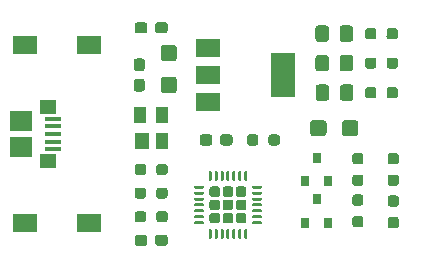
<source format=gbr>
G04 #@! TF.GenerationSoftware,KiCad,Pcbnew,(5.1.10)-1*
G04 #@! TF.CreationDate,2021-07-09T15:56:30+09:00*
G04 #@! TF.ProjectId,esp_flasher,6573705f-666c-4617-9368-65722e6b6963,rev?*
G04 #@! TF.SameCoordinates,Original*
G04 #@! TF.FileFunction,Paste,Top*
G04 #@! TF.FilePolarity,Positive*
%FSLAX46Y46*%
G04 Gerber Fmt 4.6, Leading zero omitted, Abs format (unit mm)*
G04 Created by KiCad (PCBNEW (5.1.10)-1) date 2021-07-09 15:56:30*
%MOMM*%
%LPD*%
G01*
G04 APERTURE LIST*
%ADD10R,1.450000X1.150000*%
%ADD11R,1.900000X1.750000*%
%ADD12R,1.400000X0.400000*%
%ADD13R,2.000000X1.500000*%
%ADD14R,2.000000X3.800000*%
%ADD15R,0.800000X0.900000*%
%ADD16R,2.000000X1.600000*%
%ADD17R,1.000000X1.400000*%
%ADD18R,1.200000X1.400000*%
G04 APERTURE END LIST*
G36*
G01*
X12825000Y-1237500D02*
X12825000Y-762500D01*
G75*
G02*
X13062500Y-525000I237500J0D01*
G01*
X13662500Y-525000D01*
G75*
G02*
X13900000Y-762500I0J-237500D01*
G01*
X13900000Y-1237500D01*
G75*
G02*
X13662500Y-1475000I-237500J0D01*
G01*
X13062500Y-1475000D01*
G75*
G02*
X12825000Y-1237500I0J237500D01*
G01*
G37*
G36*
G01*
X11100000Y-1237500D02*
X11100000Y-762500D01*
G75*
G02*
X11337500Y-525000I237500J0D01*
G01*
X11937500Y-525000D01*
G75*
G02*
X12175000Y-762500I0J-237500D01*
G01*
X12175000Y-1237500D01*
G75*
G02*
X11937500Y-1475000I-237500J0D01*
G01*
X11337500Y-1475000D01*
G75*
G02*
X11100000Y-1237500I0J237500D01*
G01*
G37*
G36*
G01*
X12825000Y-19237500D02*
X12825000Y-18762500D01*
G75*
G02*
X13062500Y-18525000I237500J0D01*
G01*
X13662500Y-18525000D01*
G75*
G02*
X13900000Y-18762500I0J-237500D01*
G01*
X13900000Y-19237500D01*
G75*
G02*
X13662500Y-19475000I-237500J0D01*
G01*
X13062500Y-19475000D01*
G75*
G02*
X12825000Y-19237500I0J237500D01*
G01*
G37*
G36*
G01*
X11100000Y-19237500D02*
X11100000Y-18762500D01*
G75*
G02*
X11337500Y-18525000I237500J0D01*
G01*
X11937500Y-18525000D01*
G75*
G02*
X12175000Y-18762500I0J-237500D01*
G01*
X12175000Y-19237500D01*
G75*
G02*
X11937500Y-19475000I-237500J0D01*
G01*
X11337500Y-19475000D01*
G75*
G02*
X11100000Y-19237500I0J237500D01*
G01*
G37*
D10*
X3730000Y-7680000D03*
X3730000Y-12320000D03*
D11*
X1500000Y-8875000D03*
D12*
X4150000Y-10000000D03*
X4150000Y-10650000D03*
X4150000Y-11300000D03*
X4150000Y-8700000D03*
X4150000Y-9350000D03*
D11*
X1500000Y-11125000D03*
G36*
G01*
X17655000Y-16670000D02*
X18105000Y-16670000D01*
G75*
G02*
X18330000Y-16895000I0J-225000D01*
G01*
X18330000Y-17345000D01*
G75*
G02*
X18105000Y-17570000I-225000J0D01*
G01*
X17655000Y-17570000D01*
G75*
G02*
X17430000Y-17345000I0J225000D01*
G01*
X17430000Y-16895000D01*
G75*
G02*
X17655000Y-16670000I225000J0D01*
G01*
G37*
G36*
G01*
X18775000Y-16670000D02*
X19225000Y-16670000D01*
G75*
G02*
X19450000Y-16895000I0J-225000D01*
G01*
X19450000Y-17345000D01*
G75*
G02*
X19225000Y-17570000I-225000J0D01*
G01*
X18775000Y-17570000D01*
G75*
G02*
X18550000Y-17345000I0J225000D01*
G01*
X18550000Y-16895000D01*
G75*
G02*
X18775000Y-16670000I225000J0D01*
G01*
G37*
G36*
G01*
X19895000Y-16670000D02*
X20345000Y-16670000D01*
G75*
G02*
X20570000Y-16895000I0J-225000D01*
G01*
X20570000Y-17345000D01*
G75*
G02*
X20345000Y-17570000I-225000J0D01*
G01*
X19895000Y-17570000D01*
G75*
G02*
X19670000Y-17345000I0J225000D01*
G01*
X19670000Y-16895000D01*
G75*
G02*
X19895000Y-16670000I225000J0D01*
G01*
G37*
G36*
G01*
X17655000Y-15550000D02*
X18105000Y-15550000D01*
G75*
G02*
X18330000Y-15775000I0J-225000D01*
G01*
X18330000Y-16225000D01*
G75*
G02*
X18105000Y-16450000I-225000J0D01*
G01*
X17655000Y-16450000D01*
G75*
G02*
X17430000Y-16225000I0J225000D01*
G01*
X17430000Y-15775000D01*
G75*
G02*
X17655000Y-15550000I225000J0D01*
G01*
G37*
G36*
G01*
X18775000Y-15550000D02*
X19225000Y-15550000D01*
G75*
G02*
X19450000Y-15775000I0J-225000D01*
G01*
X19450000Y-16225000D01*
G75*
G02*
X19225000Y-16450000I-225000J0D01*
G01*
X18775000Y-16450000D01*
G75*
G02*
X18550000Y-16225000I0J225000D01*
G01*
X18550000Y-15775000D01*
G75*
G02*
X18775000Y-15550000I225000J0D01*
G01*
G37*
G36*
G01*
X19895000Y-15550000D02*
X20345000Y-15550000D01*
G75*
G02*
X20570000Y-15775000I0J-225000D01*
G01*
X20570000Y-16225000D01*
G75*
G02*
X20345000Y-16450000I-225000J0D01*
G01*
X19895000Y-16450000D01*
G75*
G02*
X19670000Y-16225000I0J225000D01*
G01*
X19670000Y-15775000D01*
G75*
G02*
X19895000Y-15550000I225000J0D01*
G01*
G37*
G36*
G01*
X17655000Y-14430000D02*
X18105000Y-14430000D01*
G75*
G02*
X18330000Y-14655000I0J-225000D01*
G01*
X18330000Y-15105000D01*
G75*
G02*
X18105000Y-15330000I-225000J0D01*
G01*
X17655000Y-15330000D01*
G75*
G02*
X17430000Y-15105000I0J225000D01*
G01*
X17430000Y-14655000D01*
G75*
G02*
X17655000Y-14430000I225000J0D01*
G01*
G37*
G36*
G01*
X18775000Y-14430000D02*
X19225000Y-14430000D01*
G75*
G02*
X19450000Y-14655000I0J-225000D01*
G01*
X19450000Y-15105000D01*
G75*
G02*
X19225000Y-15330000I-225000J0D01*
G01*
X18775000Y-15330000D01*
G75*
G02*
X18550000Y-15105000I0J225000D01*
G01*
X18550000Y-14655000D01*
G75*
G02*
X18775000Y-14430000I225000J0D01*
G01*
G37*
G36*
G01*
X19895000Y-14430000D02*
X20345000Y-14430000D01*
G75*
G02*
X20570000Y-14655000I0J-225000D01*
G01*
X20570000Y-15105000D01*
G75*
G02*
X20345000Y-15330000I-225000J0D01*
G01*
X19895000Y-15330000D01*
G75*
G02*
X19670000Y-15105000I0J225000D01*
G01*
X19670000Y-14655000D01*
G75*
G02*
X19895000Y-14430000I225000J0D01*
G01*
G37*
G36*
G01*
X21112500Y-14375000D02*
X21787500Y-14375000D01*
G75*
G02*
X21850000Y-14437500I0J-62500D01*
G01*
X21850000Y-14562500D01*
G75*
G02*
X21787500Y-14625000I-62500J0D01*
G01*
X21112500Y-14625000D01*
G75*
G02*
X21050000Y-14562500I0J62500D01*
G01*
X21050000Y-14437500D01*
G75*
G02*
X21112500Y-14375000I62500J0D01*
G01*
G37*
G36*
G01*
X21112500Y-14875000D02*
X21787500Y-14875000D01*
G75*
G02*
X21850000Y-14937500I0J-62500D01*
G01*
X21850000Y-15062500D01*
G75*
G02*
X21787500Y-15125000I-62500J0D01*
G01*
X21112500Y-15125000D01*
G75*
G02*
X21050000Y-15062500I0J62500D01*
G01*
X21050000Y-14937500D01*
G75*
G02*
X21112500Y-14875000I62500J0D01*
G01*
G37*
G36*
G01*
X21112500Y-15375000D02*
X21787500Y-15375000D01*
G75*
G02*
X21850000Y-15437500I0J-62500D01*
G01*
X21850000Y-15562500D01*
G75*
G02*
X21787500Y-15625000I-62500J0D01*
G01*
X21112500Y-15625000D01*
G75*
G02*
X21050000Y-15562500I0J62500D01*
G01*
X21050000Y-15437500D01*
G75*
G02*
X21112500Y-15375000I62500J0D01*
G01*
G37*
G36*
G01*
X21112500Y-15875000D02*
X21787500Y-15875000D01*
G75*
G02*
X21850000Y-15937500I0J-62500D01*
G01*
X21850000Y-16062500D01*
G75*
G02*
X21787500Y-16125000I-62500J0D01*
G01*
X21112500Y-16125000D01*
G75*
G02*
X21050000Y-16062500I0J62500D01*
G01*
X21050000Y-15937500D01*
G75*
G02*
X21112500Y-15875000I62500J0D01*
G01*
G37*
G36*
G01*
X21112500Y-16375000D02*
X21787500Y-16375000D01*
G75*
G02*
X21850000Y-16437500I0J-62500D01*
G01*
X21850000Y-16562500D01*
G75*
G02*
X21787500Y-16625000I-62500J0D01*
G01*
X21112500Y-16625000D01*
G75*
G02*
X21050000Y-16562500I0J62500D01*
G01*
X21050000Y-16437500D01*
G75*
G02*
X21112500Y-16375000I62500J0D01*
G01*
G37*
G36*
G01*
X21112500Y-16875000D02*
X21787500Y-16875000D01*
G75*
G02*
X21850000Y-16937500I0J-62500D01*
G01*
X21850000Y-17062500D01*
G75*
G02*
X21787500Y-17125000I-62500J0D01*
G01*
X21112500Y-17125000D01*
G75*
G02*
X21050000Y-17062500I0J62500D01*
G01*
X21050000Y-16937500D01*
G75*
G02*
X21112500Y-16875000I62500J0D01*
G01*
G37*
G36*
G01*
X21112500Y-17375000D02*
X21787500Y-17375000D01*
G75*
G02*
X21850000Y-17437500I0J-62500D01*
G01*
X21850000Y-17562500D01*
G75*
G02*
X21787500Y-17625000I-62500J0D01*
G01*
X21112500Y-17625000D01*
G75*
G02*
X21050000Y-17562500I0J62500D01*
G01*
X21050000Y-17437500D01*
G75*
G02*
X21112500Y-17375000I62500J0D01*
G01*
G37*
G36*
G01*
X20437500Y-18050000D02*
X20562500Y-18050000D01*
G75*
G02*
X20625000Y-18112500I0J-62500D01*
G01*
X20625000Y-18787500D01*
G75*
G02*
X20562500Y-18850000I-62500J0D01*
G01*
X20437500Y-18850000D01*
G75*
G02*
X20375000Y-18787500I0J62500D01*
G01*
X20375000Y-18112500D01*
G75*
G02*
X20437500Y-18050000I62500J0D01*
G01*
G37*
G36*
G01*
X19937500Y-18050000D02*
X20062500Y-18050000D01*
G75*
G02*
X20125000Y-18112500I0J-62500D01*
G01*
X20125000Y-18787500D01*
G75*
G02*
X20062500Y-18850000I-62500J0D01*
G01*
X19937500Y-18850000D01*
G75*
G02*
X19875000Y-18787500I0J62500D01*
G01*
X19875000Y-18112500D01*
G75*
G02*
X19937500Y-18050000I62500J0D01*
G01*
G37*
G36*
G01*
X19437500Y-18050000D02*
X19562500Y-18050000D01*
G75*
G02*
X19625000Y-18112500I0J-62500D01*
G01*
X19625000Y-18787500D01*
G75*
G02*
X19562500Y-18850000I-62500J0D01*
G01*
X19437500Y-18850000D01*
G75*
G02*
X19375000Y-18787500I0J62500D01*
G01*
X19375000Y-18112500D01*
G75*
G02*
X19437500Y-18050000I62500J0D01*
G01*
G37*
G36*
G01*
X18937500Y-18050000D02*
X19062500Y-18050000D01*
G75*
G02*
X19125000Y-18112500I0J-62500D01*
G01*
X19125000Y-18787500D01*
G75*
G02*
X19062500Y-18850000I-62500J0D01*
G01*
X18937500Y-18850000D01*
G75*
G02*
X18875000Y-18787500I0J62500D01*
G01*
X18875000Y-18112500D01*
G75*
G02*
X18937500Y-18050000I62500J0D01*
G01*
G37*
G36*
G01*
X18437500Y-18050000D02*
X18562500Y-18050000D01*
G75*
G02*
X18625000Y-18112500I0J-62500D01*
G01*
X18625000Y-18787500D01*
G75*
G02*
X18562500Y-18850000I-62500J0D01*
G01*
X18437500Y-18850000D01*
G75*
G02*
X18375000Y-18787500I0J62500D01*
G01*
X18375000Y-18112500D01*
G75*
G02*
X18437500Y-18050000I62500J0D01*
G01*
G37*
G36*
G01*
X17937500Y-18050000D02*
X18062500Y-18050000D01*
G75*
G02*
X18125000Y-18112500I0J-62500D01*
G01*
X18125000Y-18787500D01*
G75*
G02*
X18062500Y-18850000I-62500J0D01*
G01*
X17937500Y-18850000D01*
G75*
G02*
X17875000Y-18787500I0J62500D01*
G01*
X17875000Y-18112500D01*
G75*
G02*
X17937500Y-18050000I62500J0D01*
G01*
G37*
G36*
G01*
X17437500Y-18050000D02*
X17562500Y-18050000D01*
G75*
G02*
X17625000Y-18112500I0J-62500D01*
G01*
X17625000Y-18787500D01*
G75*
G02*
X17562500Y-18850000I-62500J0D01*
G01*
X17437500Y-18850000D01*
G75*
G02*
X17375000Y-18787500I0J62500D01*
G01*
X17375000Y-18112500D01*
G75*
G02*
X17437500Y-18050000I62500J0D01*
G01*
G37*
G36*
G01*
X16212500Y-17375000D02*
X16887500Y-17375000D01*
G75*
G02*
X16950000Y-17437500I0J-62500D01*
G01*
X16950000Y-17562500D01*
G75*
G02*
X16887500Y-17625000I-62500J0D01*
G01*
X16212500Y-17625000D01*
G75*
G02*
X16150000Y-17562500I0J62500D01*
G01*
X16150000Y-17437500D01*
G75*
G02*
X16212500Y-17375000I62500J0D01*
G01*
G37*
G36*
G01*
X16212500Y-16875000D02*
X16887500Y-16875000D01*
G75*
G02*
X16950000Y-16937500I0J-62500D01*
G01*
X16950000Y-17062500D01*
G75*
G02*
X16887500Y-17125000I-62500J0D01*
G01*
X16212500Y-17125000D01*
G75*
G02*
X16150000Y-17062500I0J62500D01*
G01*
X16150000Y-16937500D01*
G75*
G02*
X16212500Y-16875000I62500J0D01*
G01*
G37*
G36*
G01*
X16212500Y-16375000D02*
X16887500Y-16375000D01*
G75*
G02*
X16950000Y-16437500I0J-62500D01*
G01*
X16950000Y-16562500D01*
G75*
G02*
X16887500Y-16625000I-62500J0D01*
G01*
X16212500Y-16625000D01*
G75*
G02*
X16150000Y-16562500I0J62500D01*
G01*
X16150000Y-16437500D01*
G75*
G02*
X16212500Y-16375000I62500J0D01*
G01*
G37*
G36*
G01*
X16212500Y-15875000D02*
X16887500Y-15875000D01*
G75*
G02*
X16950000Y-15937500I0J-62500D01*
G01*
X16950000Y-16062500D01*
G75*
G02*
X16887500Y-16125000I-62500J0D01*
G01*
X16212500Y-16125000D01*
G75*
G02*
X16150000Y-16062500I0J62500D01*
G01*
X16150000Y-15937500D01*
G75*
G02*
X16212500Y-15875000I62500J0D01*
G01*
G37*
G36*
G01*
X16212500Y-15375000D02*
X16887500Y-15375000D01*
G75*
G02*
X16950000Y-15437500I0J-62500D01*
G01*
X16950000Y-15562500D01*
G75*
G02*
X16887500Y-15625000I-62500J0D01*
G01*
X16212500Y-15625000D01*
G75*
G02*
X16150000Y-15562500I0J62500D01*
G01*
X16150000Y-15437500D01*
G75*
G02*
X16212500Y-15375000I62500J0D01*
G01*
G37*
G36*
G01*
X16212500Y-14875000D02*
X16887500Y-14875000D01*
G75*
G02*
X16950000Y-14937500I0J-62500D01*
G01*
X16950000Y-15062500D01*
G75*
G02*
X16887500Y-15125000I-62500J0D01*
G01*
X16212500Y-15125000D01*
G75*
G02*
X16150000Y-15062500I0J62500D01*
G01*
X16150000Y-14937500D01*
G75*
G02*
X16212500Y-14875000I62500J0D01*
G01*
G37*
G36*
G01*
X16212500Y-14375000D02*
X16887500Y-14375000D01*
G75*
G02*
X16950000Y-14437500I0J-62500D01*
G01*
X16950000Y-14562500D01*
G75*
G02*
X16887500Y-14625000I-62500J0D01*
G01*
X16212500Y-14625000D01*
G75*
G02*
X16150000Y-14562500I0J62500D01*
G01*
X16150000Y-14437500D01*
G75*
G02*
X16212500Y-14375000I62500J0D01*
G01*
G37*
G36*
G01*
X17437500Y-13150000D02*
X17562500Y-13150000D01*
G75*
G02*
X17625000Y-13212500I0J-62500D01*
G01*
X17625000Y-13887500D01*
G75*
G02*
X17562500Y-13950000I-62500J0D01*
G01*
X17437500Y-13950000D01*
G75*
G02*
X17375000Y-13887500I0J62500D01*
G01*
X17375000Y-13212500D01*
G75*
G02*
X17437500Y-13150000I62500J0D01*
G01*
G37*
G36*
G01*
X17937500Y-13150000D02*
X18062500Y-13150000D01*
G75*
G02*
X18125000Y-13212500I0J-62500D01*
G01*
X18125000Y-13887500D01*
G75*
G02*
X18062500Y-13950000I-62500J0D01*
G01*
X17937500Y-13950000D01*
G75*
G02*
X17875000Y-13887500I0J62500D01*
G01*
X17875000Y-13212500D01*
G75*
G02*
X17937500Y-13150000I62500J0D01*
G01*
G37*
G36*
G01*
X18437500Y-13150000D02*
X18562500Y-13150000D01*
G75*
G02*
X18625000Y-13212500I0J-62500D01*
G01*
X18625000Y-13887500D01*
G75*
G02*
X18562500Y-13950000I-62500J0D01*
G01*
X18437500Y-13950000D01*
G75*
G02*
X18375000Y-13887500I0J62500D01*
G01*
X18375000Y-13212500D01*
G75*
G02*
X18437500Y-13150000I62500J0D01*
G01*
G37*
G36*
G01*
X18937500Y-13150000D02*
X19062500Y-13150000D01*
G75*
G02*
X19125000Y-13212500I0J-62500D01*
G01*
X19125000Y-13887500D01*
G75*
G02*
X19062500Y-13950000I-62500J0D01*
G01*
X18937500Y-13950000D01*
G75*
G02*
X18875000Y-13887500I0J62500D01*
G01*
X18875000Y-13212500D01*
G75*
G02*
X18937500Y-13150000I62500J0D01*
G01*
G37*
G36*
G01*
X19437500Y-13150000D02*
X19562500Y-13150000D01*
G75*
G02*
X19625000Y-13212500I0J-62500D01*
G01*
X19625000Y-13887500D01*
G75*
G02*
X19562500Y-13950000I-62500J0D01*
G01*
X19437500Y-13950000D01*
G75*
G02*
X19375000Y-13887500I0J62500D01*
G01*
X19375000Y-13212500D01*
G75*
G02*
X19437500Y-13150000I62500J0D01*
G01*
G37*
G36*
G01*
X19937500Y-13150000D02*
X20062500Y-13150000D01*
G75*
G02*
X20125000Y-13212500I0J-62500D01*
G01*
X20125000Y-13887500D01*
G75*
G02*
X20062500Y-13950000I-62500J0D01*
G01*
X19937500Y-13950000D01*
G75*
G02*
X19875000Y-13887500I0J62500D01*
G01*
X19875000Y-13212500D01*
G75*
G02*
X19937500Y-13150000I62500J0D01*
G01*
G37*
G36*
G01*
X20437500Y-13150000D02*
X20562500Y-13150000D01*
G75*
G02*
X20625000Y-13212500I0J-62500D01*
G01*
X20625000Y-13887500D01*
G75*
G02*
X20562500Y-13950000I-62500J0D01*
G01*
X20437500Y-13950000D01*
G75*
G02*
X20375000Y-13887500I0J62500D01*
G01*
X20375000Y-13212500D01*
G75*
G02*
X20437500Y-13150000I62500J0D01*
G01*
G37*
D13*
X17350000Y-2700000D03*
X17350000Y-7300000D03*
X17350000Y-5000000D03*
D14*
X23650000Y-5000000D03*
G36*
G01*
X32762500Y-17012500D02*
X33237500Y-17012500D01*
G75*
G02*
X33475000Y-17250000I0J-237500D01*
G01*
X33475000Y-17750000D01*
G75*
G02*
X33237500Y-17987500I-237500J0D01*
G01*
X32762500Y-17987500D01*
G75*
G02*
X32525000Y-17750000I0J237500D01*
G01*
X32525000Y-17250000D01*
G75*
G02*
X32762500Y-17012500I237500J0D01*
G01*
G37*
G36*
G01*
X32762500Y-15187500D02*
X33237500Y-15187500D01*
G75*
G02*
X33475000Y-15425000I0J-237500D01*
G01*
X33475000Y-15925000D01*
G75*
G02*
X33237500Y-16162500I-237500J0D01*
G01*
X32762500Y-16162500D01*
G75*
G02*
X32525000Y-15925000I0J237500D01*
G01*
X32525000Y-15425000D01*
G75*
G02*
X32762500Y-15187500I237500J0D01*
G01*
G37*
G36*
G01*
X29762500Y-13425000D02*
X30237500Y-13425000D01*
G75*
G02*
X30475000Y-13662500I0J-237500D01*
G01*
X30475000Y-14162500D01*
G75*
G02*
X30237500Y-14400000I-237500J0D01*
G01*
X29762500Y-14400000D01*
G75*
G02*
X29525000Y-14162500I0J237500D01*
G01*
X29525000Y-13662500D01*
G75*
G02*
X29762500Y-13425000I237500J0D01*
G01*
G37*
G36*
G01*
X29762500Y-11600000D02*
X30237500Y-11600000D01*
G75*
G02*
X30475000Y-11837500I0J-237500D01*
G01*
X30475000Y-12337500D01*
G75*
G02*
X30237500Y-12575000I-237500J0D01*
G01*
X29762500Y-12575000D01*
G75*
G02*
X29525000Y-12337500I0J237500D01*
G01*
X29525000Y-11837500D01*
G75*
G02*
X29762500Y-11600000I237500J0D01*
G01*
G37*
G36*
G01*
X32762500Y-13425000D02*
X33237500Y-13425000D01*
G75*
G02*
X33475000Y-13662500I0J-237500D01*
G01*
X33475000Y-14162500D01*
G75*
G02*
X33237500Y-14400000I-237500J0D01*
G01*
X32762500Y-14400000D01*
G75*
G02*
X32525000Y-14162500I0J237500D01*
G01*
X32525000Y-13662500D01*
G75*
G02*
X32762500Y-13425000I237500J0D01*
G01*
G37*
G36*
G01*
X32762500Y-11600000D02*
X33237500Y-11600000D01*
G75*
G02*
X33475000Y-11837500I0J-237500D01*
G01*
X33475000Y-12337500D01*
G75*
G02*
X33237500Y-12575000I-237500J0D01*
G01*
X32762500Y-12575000D01*
G75*
G02*
X32525000Y-12337500I0J237500D01*
G01*
X32525000Y-11837500D01*
G75*
G02*
X32762500Y-11600000I237500J0D01*
G01*
G37*
G36*
G01*
X29762500Y-16925000D02*
X30237500Y-16925000D01*
G75*
G02*
X30475000Y-17162500I0J-237500D01*
G01*
X30475000Y-17662500D01*
G75*
G02*
X30237500Y-17900000I-237500J0D01*
G01*
X29762500Y-17900000D01*
G75*
G02*
X29525000Y-17662500I0J237500D01*
G01*
X29525000Y-17162500D01*
G75*
G02*
X29762500Y-16925000I237500J0D01*
G01*
G37*
G36*
G01*
X29762500Y-15100000D02*
X30237500Y-15100000D01*
G75*
G02*
X30475000Y-15337500I0J-237500D01*
G01*
X30475000Y-15837500D01*
G75*
G02*
X30237500Y-16075000I-237500J0D01*
G01*
X29762500Y-16075000D01*
G75*
G02*
X29525000Y-15837500I0J237500D01*
G01*
X29525000Y-15337500D01*
G75*
G02*
X29762500Y-15100000I237500J0D01*
G01*
G37*
G36*
G01*
X32425000Y-6737500D02*
X32425000Y-6262500D01*
G75*
G02*
X32662500Y-6025000I237500J0D01*
G01*
X33162500Y-6025000D01*
G75*
G02*
X33400000Y-6262500I0J-237500D01*
G01*
X33400000Y-6737500D01*
G75*
G02*
X33162500Y-6975000I-237500J0D01*
G01*
X32662500Y-6975000D01*
G75*
G02*
X32425000Y-6737500I0J237500D01*
G01*
G37*
G36*
G01*
X30600000Y-6737500D02*
X30600000Y-6262500D01*
G75*
G02*
X30837500Y-6025000I237500J0D01*
G01*
X31337500Y-6025000D01*
G75*
G02*
X31575000Y-6262500I0J-237500D01*
G01*
X31575000Y-6737500D01*
G75*
G02*
X31337500Y-6975000I-237500J0D01*
G01*
X30837500Y-6975000D01*
G75*
G02*
X30600000Y-6737500I0J237500D01*
G01*
G37*
G36*
G01*
X32425000Y-4237500D02*
X32425000Y-3762500D01*
G75*
G02*
X32662500Y-3525000I237500J0D01*
G01*
X33162500Y-3525000D01*
G75*
G02*
X33400000Y-3762500I0J-237500D01*
G01*
X33400000Y-4237500D01*
G75*
G02*
X33162500Y-4475000I-237500J0D01*
G01*
X32662500Y-4475000D01*
G75*
G02*
X32425000Y-4237500I0J237500D01*
G01*
G37*
G36*
G01*
X30600000Y-4237500D02*
X30600000Y-3762500D01*
G75*
G02*
X30837500Y-3525000I237500J0D01*
G01*
X31337500Y-3525000D01*
G75*
G02*
X31575000Y-3762500I0J-237500D01*
G01*
X31575000Y-4237500D01*
G75*
G02*
X31337500Y-4475000I-237500J0D01*
G01*
X30837500Y-4475000D01*
G75*
G02*
X30600000Y-4237500I0J237500D01*
G01*
G37*
G36*
G01*
X12925000Y-15237500D02*
X12925000Y-14762500D01*
G75*
G02*
X13162500Y-14525000I237500J0D01*
G01*
X13662500Y-14525000D01*
G75*
G02*
X13900000Y-14762500I0J-237500D01*
G01*
X13900000Y-15237500D01*
G75*
G02*
X13662500Y-15475000I-237500J0D01*
G01*
X13162500Y-15475000D01*
G75*
G02*
X12925000Y-15237500I0J237500D01*
G01*
G37*
G36*
G01*
X11100000Y-15237500D02*
X11100000Y-14762500D01*
G75*
G02*
X11337500Y-14525000I237500J0D01*
G01*
X11837500Y-14525000D01*
G75*
G02*
X12075000Y-14762500I0J-237500D01*
G01*
X12075000Y-15237500D01*
G75*
G02*
X11837500Y-15475000I-237500J0D01*
G01*
X11337500Y-15475000D01*
G75*
G02*
X11100000Y-15237500I0J237500D01*
G01*
G37*
G36*
G01*
X12925000Y-13237500D02*
X12925000Y-12762500D01*
G75*
G02*
X13162500Y-12525000I237500J0D01*
G01*
X13662500Y-12525000D01*
G75*
G02*
X13900000Y-12762500I0J-237500D01*
G01*
X13900000Y-13237500D01*
G75*
G02*
X13662500Y-13475000I-237500J0D01*
G01*
X13162500Y-13475000D01*
G75*
G02*
X12925000Y-13237500I0J237500D01*
G01*
G37*
G36*
G01*
X11100000Y-13237500D02*
X11100000Y-12762500D01*
G75*
G02*
X11337500Y-12525000I237500J0D01*
G01*
X11837500Y-12525000D01*
G75*
G02*
X12075000Y-12762500I0J-237500D01*
G01*
X12075000Y-13237500D01*
G75*
G02*
X11837500Y-13475000I-237500J0D01*
G01*
X11337500Y-13475000D01*
G75*
G02*
X11100000Y-13237500I0J237500D01*
G01*
G37*
G36*
G01*
X12925000Y-17237500D02*
X12925000Y-16762500D01*
G75*
G02*
X13162500Y-16525000I237500J0D01*
G01*
X13662500Y-16525000D01*
G75*
G02*
X13900000Y-16762500I0J-237500D01*
G01*
X13900000Y-17237500D01*
G75*
G02*
X13662500Y-17475000I-237500J0D01*
G01*
X13162500Y-17475000D01*
G75*
G02*
X12925000Y-17237500I0J237500D01*
G01*
G37*
G36*
G01*
X11100000Y-17237500D02*
X11100000Y-16762500D01*
G75*
G02*
X11337500Y-16525000I237500J0D01*
G01*
X11837500Y-16525000D01*
G75*
G02*
X12075000Y-16762500I0J-237500D01*
G01*
X12075000Y-17237500D01*
G75*
G02*
X11837500Y-17475000I-237500J0D01*
G01*
X11337500Y-17475000D01*
G75*
G02*
X11100000Y-17237500I0J237500D01*
G01*
G37*
G36*
G01*
X22425000Y-10737500D02*
X22425000Y-10262500D01*
G75*
G02*
X22662500Y-10025000I237500J0D01*
G01*
X23162500Y-10025000D01*
G75*
G02*
X23400000Y-10262500I0J-237500D01*
G01*
X23400000Y-10737500D01*
G75*
G02*
X23162500Y-10975000I-237500J0D01*
G01*
X22662500Y-10975000D01*
G75*
G02*
X22425000Y-10737500I0J237500D01*
G01*
G37*
G36*
G01*
X20600000Y-10737500D02*
X20600000Y-10262500D01*
G75*
G02*
X20837500Y-10025000I237500J0D01*
G01*
X21337500Y-10025000D01*
G75*
G02*
X21575000Y-10262500I0J-237500D01*
G01*
X21575000Y-10737500D01*
G75*
G02*
X21337500Y-10975000I-237500J0D01*
G01*
X20837500Y-10975000D01*
G75*
G02*
X20600000Y-10737500I0J237500D01*
G01*
G37*
G36*
G01*
X32425000Y-1737500D02*
X32425000Y-1262500D01*
G75*
G02*
X32662500Y-1025000I237500J0D01*
G01*
X33162500Y-1025000D01*
G75*
G02*
X33400000Y-1262500I0J-237500D01*
G01*
X33400000Y-1737500D01*
G75*
G02*
X33162500Y-1975000I-237500J0D01*
G01*
X32662500Y-1975000D01*
G75*
G02*
X32425000Y-1737500I0J237500D01*
G01*
G37*
G36*
G01*
X30600000Y-1737500D02*
X30600000Y-1262500D01*
G75*
G02*
X30837500Y-1025000I237500J0D01*
G01*
X31337500Y-1025000D01*
G75*
G02*
X31575000Y-1262500I0J-237500D01*
G01*
X31575000Y-1737500D01*
G75*
G02*
X31337500Y-1975000I-237500J0D01*
G01*
X30837500Y-1975000D01*
G75*
G02*
X30600000Y-1737500I0J237500D01*
G01*
G37*
D15*
X26500000Y-12000000D03*
X27450000Y-14000000D03*
X25550000Y-14000000D03*
X26500000Y-15500000D03*
X27450000Y-17500000D03*
X25550000Y-17500000D03*
D16*
X7200000Y-2500000D03*
X1800000Y-2500000D03*
X7200000Y-17500000D03*
X1800000Y-17500000D03*
G36*
G01*
X27575000Y-6049999D02*
X27575000Y-6950001D01*
G75*
G02*
X27325001Y-7200000I-249999J0D01*
G01*
X26674999Y-7200000D01*
G75*
G02*
X26425000Y-6950001I0J249999D01*
G01*
X26425000Y-6049999D01*
G75*
G02*
X26674999Y-5800000I249999J0D01*
G01*
X27325001Y-5800000D01*
G75*
G02*
X27575000Y-6049999I0J-249999D01*
G01*
G37*
G36*
G01*
X29625000Y-6049999D02*
X29625000Y-6950001D01*
G75*
G02*
X29375001Y-7200000I-249999J0D01*
G01*
X28724999Y-7200000D01*
G75*
G02*
X28475000Y-6950001I0J249999D01*
G01*
X28475000Y-6049999D01*
G75*
G02*
X28724999Y-5800000I249999J0D01*
G01*
X29375001Y-5800000D01*
G75*
G02*
X29625000Y-6049999I0J-249999D01*
G01*
G37*
G36*
G01*
X27550000Y-3549999D02*
X27550000Y-4450001D01*
G75*
G02*
X27300001Y-4700000I-249999J0D01*
G01*
X26649999Y-4700000D01*
G75*
G02*
X26400000Y-4450001I0J249999D01*
G01*
X26400000Y-3549999D01*
G75*
G02*
X26649999Y-3300000I249999J0D01*
G01*
X27300001Y-3300000D01*
G75*
G02*
X27550000Y-3549999I0J-249999D01*
G01*
G37*
G36*
G01*
X29600000Y-3549999D02*
X29600000Y-4450001D01*
G75*
G02*
X29350001Y-4700000I-249999J0D01*
G01*
X28699999Y-4700000D01*
G75*
G02*
X28450000Y-4450001I0J249999D01*
G01*
X28450000Y-3549999D01*
G75*
G02*
X28699999Y-3300000I249999J0D01*
G01*
X29350001Y-3300000D01*
G75*
G02*
X29600000Y-3549999I0J-249999D01*
G01*
G37*
D17*
X11550000Y-8400000D03*
X13450000Y-8400000D03*
X13450000Y-10600000D03*
D18*
X11730000Y-10600000D03*
G36*
G01*
X27550000Y-1049999D02*
X27550000Y-1950001D01*
G75*
G02*
X27300001Y-2200000I-249999J0D01*
G01*
X26649999Y-2200000D01*
G75*
G02*
X26400000Y-1950001I0J249999D01*
G01*
X26400000Y-1049999D01*
G75*
G02*
X26649999Y-800000I249999J0D01*
G01*
X27300001Y-800000D01*
G75*
G02*
X27550000Y-1049999I0J-249999D01*
G01*
G37*
G36*
G01*
X29600000Y-1049999D02*
X29600000Y-1950001D01*
G75*
G02*
X29350001Y-2200000I-249999J0D01*
G01*
X28699999Y-2200000D01*
G75*
G02*
X28450000Y-1950001I0J249999D01*
G01*
X28450000Y-1049999D01*
G75*
G02*
X28699999Y-800000I249999J0D01*
G01*
X29350001Y-800000D01*
G75*
G02*
X29600000Y-1049999I0J-249999D01*
G01*
G37*
G36*
G01*
X11737500Y-4675000D02*
X11262500Y-4675000D01*
G75*
G02*
X11025000Y-4437500I0J237500D01*
G01*
X11025000Y-3837500D01*
G75*
G02*
X11262500Y-3600000I237500J0D01*
G01*
X11737500Y-3600000D01*
G75*
G02*
X11975000Y-3837500I0J-237500D01*
G01*
X11975000Y-4437500D01*
G75*
G02*
X11737500Y-4675000I-237500J0D01*
G01*
G37*
G36*
G01*
X11737500Y-6400000D02*
X11262500Y-6400000D01*
G75*
G02*
X11025000Y-6162500I0J237500D01*
G01*
X11025000Y-5562500D01*
G75*
G02*
X11262500Y-5325000I237500J0D01*
G01*
X11737500Y-5325000D01*
G75*
G02*
X11975000Y-5562500I0J-237500D01*
G01*
X11975000Y-6162500D01*
G75*
G02*
X11737500Y-6400000I-237500J0D01*
G01*
G37*
G36*
G01*
X17675000Y-10262500D02*
X17675000Y-10737500D01*
G75*
G02*
X17437500Y-10975000I-237500J0D01*
G01*
X16837500Y-10975000D01*
G75*
G02*
X16600000Y-10737500I0J237500D01*
G01*
X16600000Y-10262500D01*
G75*
G02*
X16837500Y-10025000I237500J0D01*
G01*
X17437500Y-10025000D01*
G75*
G02*
X17675000Y-10262500I0J-237500D01*
G01*
G37*
G36*
G01*
X19400000Y-10262500D02*
X19400000Y-10737500D01*
G75*
G02*
X19162500Y-10975000I-237500J0D01*
G01*
X18562500Y-10975000D01*
G75*
G02*
X18325000Y-10737500I0J237500D01*
G01*
X18325000Y-10262500D01*
G75*
G02*
X18562500Y-10025000I237500J0D01*
G01*
X19162500Y-10025000D01*
G75*
G02*
X19400000Y-10262500I0J-237500D01*
G01*
G37*
G36*
G01*
X28650000Y-9925001D02*
X28650000Y-9074999D01*
G75*
G02*
X28899999Y-8825000I249999J0D01*
G01*
X29800001Y-8825000D01*
G75*
G02*
X30050000Y-9074999I0J-249999D01*
G01*
X30050000Y-9925001D01*
G75*
G02*
X29800001Y-10175000I-249999J0D01*
G01*
X28899999Y-10175000D01*
G75*
G02*
X28650000Y-9925001I0J249999D01*
G01*
G37*
G36*
G01*
X25950000Y-9925001D02*
X25950000Y-9074999D01*
G75*
G02*
X26199999Y-8825000I249999J0D01*
G01*
X27100001Y-8825000D01*
G75*
G02*
X27350000Y-9074999I0J-249999D01*
G01*
X27350000Y-9925001D01*
G75*
G02*
X27100001Y-10175000I-249999J0D01*
G01*
X26199999Y-10175000D01*
G75*
G02*
X25950000Y-9925001I0J249999D01*
G01*
G37*
G36*
G01*
X14425001Y-3850000D02*
X13574999Y-3850000D01*
G75*
G02*
X13325000Y-3600001I0J249999D01*
G01*
X13325000Y-2699999D01*
G75*
G02*
X13574999Y-2450000I249999J0D01*
G01*
X14425001Y-2450000D01*
G75*
G02*
X14675000Y-2699999I0J-249999D01*
G01*
X14675000Y-3600001D01*
G75*
G02*
X14425001Y-3850000I-249999J0D01*
G01*
G37*
G36*
G01*
X14425001Y-6550000D02*
X13574999Y-6550000D01*
G75*
G02*
X13325000Y-6300001I0J249999D01*
G01*
X13325000Y-5399999D01*
G75*
G02*
X13574999Y-5150000I249999J0D01*
G01*
X14425001Y-5150000D01*
G75*
G02*
X14675000Y-5399999I0J-249999D01*
G01*
X14675000Y-6300001D01*
G75*
G02*
X14425001Y-6550000I-249999J0D01*
G01*
G37*
M02*

</source>
